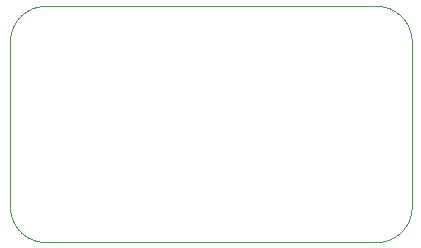
<source format=gbp>
G75*
%MOIN*%
%OFA0B0*%
%FSLAX25Y25*%
%IPPOS*%
%LPD*%
%AMOC8*
5,1,8,0,0,1.08239X$1,22.5*
%
%ADD10C,0.00000*%
D10*
X0013997Y0001000D02*
X0124233Y0001000D01*
X0124518Y0001003D01*
X0124804Y0001014D01*
X0125089Y0001031D01*
X0125373Y0001055D01*
X0125657Y0001086D01*
X0125940Y0001124D01*
X0126221Y0001169D01*
X0126502Y0001220D01*
X0126782Y0001278D01*
X0127060Y0001343D01*
X0127336Y0001415D01*
X0127610Y0001493D01*
X0127883Y0001578D01*
X0128153Y0001670D01*
X0128421Y0001768D01*
X0128687Y0001872D01*
X0128950Y0001983D01*
X0129210Y0002100D01*
X0129468Y0002223D01*
X0129722Y0002353D01*
X0129973Y0002489D01*
X0130221Y0002630D01*
X0130465Y0002778D01*
X0130706Y0002931D01*
X0130942Y0003091D01*
X0131175Y0003256D01*
X0131404Y0003426D01*
X0131629Y0003602D01*
X0131849Y0003784D01*
X0132065Y0003970D01*
X0132276Y0004162D01*
X0132483Y0004359D01*
X0132685Y0004561D01*
X0132882Y0004768D01*
X0133074Y0004979D01*
X0133260Y0005195D01*
X0133442Y0005415D01*
X0133618Y0005640D01*
X0133788Y0005869D01*
X0133953Y0006102D01*
X0134113Y0006338D01*
X0134266Y0006579D01*
X0134414Y0006823D01*
X0134555Y0007071D01*
X0134691Y0007322D01*
X0134821Y0007576D01*
X0134944Y0007834D01*
X0135061Y0008094D01*
X0135172Y0008357D01*
X0135276Y0008623D01*
X0135374Y0008891D01*
X0135466Y0009161D01*
X0135551Y0009434D01*
X0135629Y0009708D01*
X0135701Y0009984D01*
X0135766Y0010262D01*
X0135824Y0010542D01*
X0135875Y0010823D01*
X0135920Y0011104D01*
X0135958Y0011387D01*
X0135989Y0011671D01*
X0136013Y0011955D01*
X0136030Y0012240D01*
X0136041Y0012526D01*
X0136044Y0012811D01*
X0136044Y0067929D01*
X0136041Y0068214D01*
X0136030Y0068500D01*
X0136013Y0068785D01*
X0135989Y0069069D01*
X0135958Y0069353D01*
X0135920Y0069636D01*
X0135875Y0069917D01*
X0135824Y0070198D01*
X0135766Y0070478D01*
X0135701Y0070756D01*
X0135629Y0071032D01*
X0135551Y0071306D01*
X0135466Y0071579D01*
X0135374Y0071849D01*
X0135276Y0072117D01*
X0135172Y0072383D01*
X0135061Y0072646D01*
X0134944Y0072906D01*
X0134821Y0073164D01*
X0134691Y0073418D01*
X0134555Y0073669D01*
X0134414Y0073917D01*
X0134266Y0074161D01*
X0134113Y0074402D01*
X0133953Y0074638D01*
X0133788Y0074871D01*
X0133618Y0075100D01*
X0133442Y0075325D01*
X0133260Y0075545D01*
X0133074Y0075761D01*
X0132882Y0075972D01*
X0132685Y0076179D01*
X0132483Y0076381D01*
X0132276Y0076578D01*
X0132065Y0076770D01*
X0131849Y0076956D01*
X0131629Y0077138D01*
X0131404Y0077314D01*
X0131175Y0077484D01*
X0130942Y0077649D01*
X0130706Y0077809D01*
X0130465Y0077962D01*
X0130221Y0078110D01*
X0129973Y0078251D01*
X0129722Y0078387D01*
X0129468Y0078517D01*
X0129210Y0078640D01*
X0128950Y0078757D01*
X0128687Y0078868D01*
X0128421Y0078972D01*
X0128153Y0079070D01*
X0127883Y0079162D01*
X0127610Y0079247D01*
X0127336Y0079325D01*
X0127060Y0079397D01*
X0126782Y0079462D01*
X0126502Y0079520D01*
X0126221Y0079571D01*
X0125940Y0079616D01*
X0125657Y0079654D01*
X0125373Y0079685D01*
X0125089Y0079709D01*
X0124804Y0079726D01*
X0124518Y0079737D01*
X0124233Y0079740D01*
X0013997Y0079740D01*
X0013712Y0079737D01*
X0013426Y0079726D01*
X0013141Y0079709D01*
X0012857Y0079685D01*
X0012573Y0079654D01*
X0012290Y0079616D01*
X0012009Y0079571D01*
X0011728Y0079520D01*
X0011448Y0079462D01*
X0011170Y0079397D01*
X0010894Y0079325D01*
X0010620Y0079247D01*
X0010347Y0079162D01*
X0010077Y0079070D01*
X0009809Y0078972D01*
X0009543Y0078868D01*
X0009280Y0078757D01*
X0009020Y0078640D01*
X0008762Y0078517D01*
X0008508Y0078387D01*
X0008257Y0078251D01*
X0008009Y0078110D01*
X0007765Y0077962D01*
X0007524Y0077809D01*
X0007288Y0077649D01*
X0007055Y0077484D01*
X0006826Y0077314D01*
X0006601Y0077138D01*
X0006381Y0076956D01*
X0006165Y0076770D01*
X0005954Y0076578D01*
X0005747Y0076381D01*
X0005545Y0076179D01*
X0005348Y0075972D01*
X0005156Y0075761D01*
X0004970Y0075545D01*
X0004788Y0075325D01*
X0004612Y0075100D01*
X0004442Y0074871D01*
X0004277Y0074638D01*
X0004117Y0074402D01*
X0003964Y0074161D01*
X0003816Y0073917D01*
X0003675Y0073669D01*
X0003539Y0073418D01*
X0003409Y0073164D01*
X0003286Y0072906D01*
X0003169Y0072646D01*
X0003058Y0072383D01*
X0002954Y0072117D01*
X0002856Y0071849D01*
X0002764Y0071579D01*
X0002679Y0071306D01*
X0002601Y0071032D01*
X0002529Y0070756D01*
X0002464Y0070478D01*
X0002406Y0070198D01*
X0002355Y0069917D01*
X0002310Y0069636D01*
X0002272Y0069353D01*
X0002241Y0069069D01*
X0002217Y0068785D01*
X0002200Y0068500D01*
X0002189Y0068214D01*
X0002186Y0067929D01*
X0002186Y0012811D01*
X0002189Y0012526D01*
X0002200Y0012240D01*
X0002217Y0011955D01*
X0002241Y0011671D01*
X0002272Y0011387D01*
X0002310Y0011104D01*
X0002355Y0010823D01*
X0002406Y0010542D01*
X0002464Y0010262D01*
X0002529Y0009984D01*
X0002601Y0009708D01*
X0002679Y0009434D01*
X0002764Y0009161D01*
X0002856Y0008891D01*
X0002954Y0008623D01*
X0003058Y0008357D01*
X0003169Y0008094D01*
X0003286Y0007834D01*
X0003409Y0007576D01*
X0003539Y0007322D01*
X0003675Y0007071D01*
X0003816Y0006823D01*
X0003964Y0006579D01*
X0004117Y0006338D01*
X0004277Y0006102D01*
X0004442Y0005869D01*
X0004612Y0005640D01*
X0004788Y0005415D01*
X0004970Y0005195D01*
X0005156Y0004979D01*
X0005348Y0004768D01*
X0005545Y0004561D01*
X0005747Y0004359D01*
X0005954Y0004162D01*
X0006165Y0003970D01*
X0006381Y0003784D01*
X0006601Y0003602D01*
X0006826Y0003426D01*
X0007055Y0003256D01*
X0007288Y0003091D01*
X0007524Y0002931D01*
X0007765Y0002778D01*
X0008009Y0002630D01*
X0008257Y0002489D01*
X0008508Y0002353D01*
X0008762Y0002223D01*
X0009020Y0002100D01*
X0009280Y0001983D01*
X0009543Y0001872D01*
X0009809Y0001768D01*
X0010077Y0001670D01*
X0010347Y0001578D01*
X0010620Y0001493D01*
X0010894Y0001415D01*
X0011170Y0001343D01*
X0011448Y0001278D01*
X0011728Y0001220D01*
X0012009Y0001169D01*
X0012290Y0001124D01*
X0012573Y0001086D01*
X0012857Y0001055D01*
X0013141Y0001031D01*
X0013426Y0001014D01*
X0013712Y0001003D01*
X0013997Y0001000D01*
M02*

</source>
